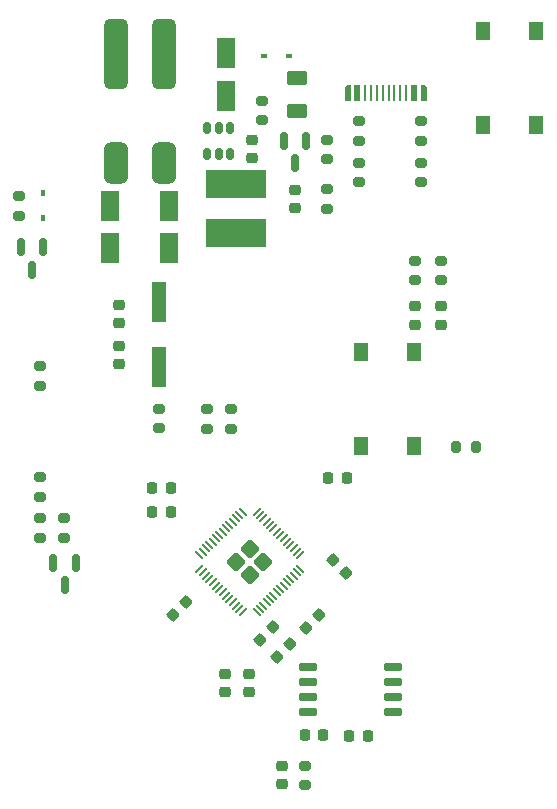
<source format=gbr>
%TF.GenerationSoftware,KiCad,Pcbnew,(6.0.8)*%
%TF.CreationDate,2022-12-17T17:30:56+01:00*%
%TF.ProjectId,anac_2040,616e6163-5f32-4303-9430-2e6b69636164,rev?*%
%TF.SameCoordinates,Original*%
%TF.FileFunction,Paste,Top*%
%TF.FilePolarity,Positive*%
%FSLAX46Y46*%
G04 Gerber Fmt 4.6, Leading zero omitted, Abs format (unit mm)*
G04 Created by KiCad (PCBNEW (6.0.8)) date 2022-12-17 17:30:56*
%MOMM*%
%LPD*%
G01*
G04 APERTURE LIST*
G04 Aperture macros list*
%AMRoundRect*
0 Rectangle with rounded corners*
0 $1 Rounding radius*
0 $2 $3 $4 $5 $6 $7 $8 $9 X,Y pos of 4 corners*
0 Add a 4 corners polygon primitive as box body*
4,1,4,$2,$3,$4,$5,$6,$7,$8,$9,$2,$3,0*
0 Add four circle primitives for the rounded corners*
1,1,$1+$1,$2,$3*
1,1,$1+$1,$4,$5*
1,1,$1+$1,$6,$7*
1,1,$1+$1,$8,$9*
0 Add four rect primitives between the rounded corners*
20,1,$1+$1,$2,$3,$4,$5,0*
20,1,$1+$1,$4,$5,$6,$7,0*
20,1,$1+$1,$6,$7,$8,$9,0*
20,1,$1+$1,$8,$9,$2,$3,0*%
%AMOutline5P*
0 Free polygon, 5 corners , with rotation*
0 The origin of the aperture is its center*
0 number of corners: always 5*
0 $1 to $10 corner X, Y*
0 $11 Rotation angle, in degrees counterclockwise*
0 create outline with 5 corners*
4,1,5,$1,$2,$3,$4,$5,$6,$7,$8,$9,$10,$1,$2,$11*%
%AMOutline6P*
0 Free polygon, 6 corners , with rotation*
0 The origin of the aperture is its center*
0 number of corners: always 6*
0 $1 to $12 corner X, Y*
0 $13 Rotation angle, in degrees counterclockwise*
0 create outline with 6 corners*
4,1,6,$1,$2,$3,$4,$5,$6,$7,$8,$9,$10,$11,$12,$1,$2,$13*%
%AMOutline7P*
0 Free polygon, 7 corners , with rotation*
0 The origin of the aperture is its center*
0 number of corners: always 7*
0 $1 to $14 corner X, Y*
0 $15 Rotation angle, in degrees counterclockwise*
0 create outline with 7 corners*
4,1,7,$1,$2,$3,$4,$5,$6,$7,$8,$9,$10,$11,$12,$13,$14,$1,$2,$15*%
%AMOutline8P*
0 Free polygon, 8 corners , with rotation*
0 The origin of the aperture is its center*
0 number of corners: always 8*
0 $1 to $16 corner X, Y*
0 $17 Rotation angle, in degrees counterclockwise*
0 create outline with 8 corners*
4,1,8,$1,$2,$3,$4,$5,$6,$7,$8,$9,$10,$11,$12,$13,$14,$15,$16,$1,$2,$17*%
G04 Aperture macros list end*
%ADD10RoundRect,0.218750X0.218750X0.256250X-0.218750X0.256250X-0.218750X-0.256250X0.218750X-0.256250X0*%
%ADD11RoundRect,0.218750X-0.256250X0.218750X-0.256250X-0.218750X0.256250X-0.218750X0.256250X0.218750X0*%
%ADD12Outline5P,-0.275000X0.712500X0.275000X0.712500X0.275000X-0.712500X0.000000X-0.712500X-0.275000X-0.437500X180.000000*%
%ADD13R,0.250000X1.450000*%
%ADD14Outline5P,-0.275000X0.712500X0.275000X0.712500X0.275000X-0.437500X0.000000X-0.712500X-0.275000X-0.712500X180.000000*%
%ADD15R,0.550000X1.125000*%
%ADD16R,0.300000X1.450000*%
%ADD17R,0.550000X1.075000*%
%ADD18RoundRect,0.200000X-0.275000X0.200000X-0.275000X-0.200000X0.275000X-0.200000X0.275000X0.200000X0*%
%ADD19RoundRect,0.150000X0.650000X0.150000X-0.650000X0.150000X-0.650000X-0.150000X0.650000X-0.150000X0*%
%ADD20RoundRect,0.225000X-0.250000X0.225000X-0.250000X-0.225000X0.250000X-0.225000X0.250000X0.225000X0*%
%ADD21RoundRect,0.225000X-0.017678X0.335876X-0.335876X0.017678X0.017678X-0.335876X0.335876X-0.017678X0*%
%ADD22RoundRect,0.200000X0.275000X-0.200000X0.275000X0.200000X-0.275000X0.200000X-0.275000X-0.200000X0*%
%ADD23RoundRect,0.249999X0.000000X0.558616X-0.558616X0.000000X0.000000X-0.558616X0.558616X0.000000X0*%
%ADD24RoundRect,0.050000X0.238649X0.309359X-0.309359X-0.238649X-0.238649X-0.309359X0.309359X0.238649X0*%
%ADD25RoundRect,0.050000X-0.238649X0.309359X-0.309359X0.238649X0.238649X-0.309359X0.309359X-0.238649X0*%
%ADD26RoundRect,0.225000X0.017678X-0.335876X0.335876X-0.017678X-0.017678X0.335876X-0.335876X0.017678X0*%
%ADD27R,5.100000X2.350000*%
%ADD28RoundRect,0.225000X0.250000X-0.225000X0.250000X0.225000X-0.250000X0.225000X-0.250000X-0.225000X0*%
%ADD29R,1.300000X1.550000*%
%ADD30RoundRect,0.225000X-0.225000X-0.250000X0.225000X-0.250000X0.225000X0.250000X-0.225000X0.250000X0*%
%ADD31RoundRect,0.150000X-0.150000X0.587500X-0.150000X-0.587500X0.150000X-0.587500X0.150000X0.587500X0*%
%ADD32R,0.450000X0.600000*%
%ADD33RoundRect,0.500000X0.500000X-1.250000X0.500000X1.250000X-0.500000X1.250000X-0.500000X-1.250000X0*%
%ADD34RoundRect,0.500000X0.500000X-2.500000X0.500000X2.500000X-0.500000X2.500000X-0.500000X-2.500000X0*%
%ADD35RoundRect,0.225000X-0.335876X-0.017678X-0.017678X-0.335876X0.335876X0.017678X0.017678X0.335876X0*%
%ADD36RoundRect,0.250000X0.550000X-1.050000X0.550000X1.050000X-0.550000X1.050000X-0.550000X-1.050000X0*%
%ADD37RoundRect,0.150000X-0.150000X0.350000X-0.150000X-0.350000X0.150000X-0.350000X0.150000X0.350000X0*%
%ADD38RoundRect,0.250000X-0.625000X0.375000X-0.625000X-0.375000X0.625000X-0.375000X0.625000X0.375000X0*%
%ADD39R,1.200000X3.500000*%
%ADD40RoundRect,0.200000X-0.200000X-0.275000X0.200000X-0.275000X0.200000X0.275000X-0.200000X0.275000X0*%
%ADD41R,0.600000X0.450000*%
G04 APERTURE END LIST*
D10*
%TO.C,D4*%
X165011500Y-116501000D03*
X163436500Y-116501000D03*
%TD*%
D11*
%TO.C,D2*%
X168950000Y-81687500D03*
X168950000Y-80112500D03*
%TD*%
%TO.C,D3*%
X171200000Y-80112500D03*
X171200000Y-81687500D03*
%TD*%
D12*
%TO.C,J7*%
X169725000Y-62025000D03*
D13*
X169075000Y-62012500D03*
X167750000Y-62012500D03*
X166750000Y-62012500D03*
X166250000Y-62012500D03*
X165250000Y-62012500D03*
X163925000Y-62012500D03*
D14*
X163275000Y-62025000D03*
D15*
X163275000Y-62175000D03*
D16*
X164200000Y-62012500D03*
D13*
X164750000Y-62012500D03*
X165750000Y-62012500D03*
X167250000Y-62012500D03*
X168250000Y-62012500D03*
D16*
X168800000Y-62012500D03*
D17*
X169725000Y-62200000D03*
%TD*%
D18*
%TO.C,R12*%
X159674000Y-118976000D03*
X159674000Y-120626000D03*
%TD*%
D19*
%TO.C,U2*%
X167100000Y-114405000D03*
X167100000Y-113135000D03*
X167100000Y-111865000D03*
X167100000Y-110595000D03*
X159900000Y-110595000D03*
X159900000Y-111865000D03*
X159900000Y-113135000D03*
X159900000Y-114405000D03*
%TD*%
D20*
%TO.C,C2*%
X143949000Y-83451000D03*
X143949000Y-85001000D03*
%TD*%
D21*
%TO.C,C4*%
X160822008Y-106202992D03*
X159725992Y-107299008D03*
%TD*%
D20*
%TO.C,C16*%
X155150000Y-66025000D03*
X155150000Y-67575000D03*
%TD*%
D22*
%TO.C,R11*%
X171200000Y-77875000D03*
X171200000Y-76225000D03*
%TD*%
D18*
%TO.C,R8*%
X137224000Y-98026000D03*
X137224000Y-99676000D03*
%TD*%
D23*
%TO.C,U1*%
X153868629Y-101750000D03*
X155000000Y-102881371D03*
X155000000Y-100618629D03*
X156131371Y-101750000D03*
D24*
X159269157Y-101157798D03*
X158986314Y-100874955D03*
X158703472Y-100592113D03*
X158420629Y-100309270D03*
X158137786Y-100026427D03*
X157854944Y-99743585D03*
X157572101Y-99460742D03*
X157289258Y-99177899D03*
X157006415Y-98895056D03*
X156723573Y-98612214D03*
X156440730Y-98329371D03*
X156157887Y-98046528D03*
X155875045Y-97763686D03*
X155592202Y-97480843D03*
D25*
X154407798Y-97480843D03*
X154124955Y-97763686D03*
X153842113Y-98046528D03*
X153559270Y-98329371D03*
X153276427Y-98612214D03*
X152993585Y-98895056D03*
X152710742Y-99177899D03*
X152427899Y-99460742D03*
X152145056Y-99743585D03*
X151862214Y-100026427D03*
X151579371Y-100309270D03*
X151296528Y-100592113D03*
X151013686Y-100874955D03*
X150730843Y-101157798D03*
D24*
X150730843Y-102342202D03*
X151013686Y-102625045D03*
X151296528Y-102907887D03*
X151579371Y-103190730D03*
X151862214Y-103473573D03*
X152145056Y-103756415D03*
X152427899Y-104039258D03*
X152710742Y-104322101D03*
X152993585Y-104604944D03*
X153276427Y-104887786D03*
X153559270Y-105170629D03*
X153842113Y-105453472D03*
X154124955Y-105736314D03*
X154407798Y-106019157D03*
D25*
X155592202Y-106019157D03*
X155875045Y-105736314D03*
X156157887Y-105453472D03*
X156440730Y-105170629D03*
X156723573Y-104887786D03*
X157006415Y-104604944D03*
X157289258Y-104322101D03*
X157572101Y-104039258D03*
X157854944Y-103756415D03*
X158137786Y-103473573D03*
X158420629Y-103190730D03*
X158703472Y-102907887D03*
X158986314Y-102625045D03*
X159269157Y-102342202D03*
%TD*%
D26*
%TO.C,C6*%
X157275992Y-109749008D03*
X158372008Y-108652992D03*
%TD*%
D22*
%TO.C,RV2*%
X169500000Y-69575000D03*
X169500000Y-67925000D03*
%TD*%
D18*
%TO.C,R14*%
X153375000Y-88825000D03*
X153375000Y-90475000D03*
%TD*%
D27*
%TO.C,L1*%
X153851000Y-69775000D03*
X153851000Y-73925000D03*
%TD*%
D20*
%TO.C,C3*%
X158824000Y-70226000D03*
X158824000Y-71776000D03*
%TD*%
D28*
%TO.C,C7*%
X157724000Y-120576000D03*
X157724000Y-119026000D03*
%TD*%
D18*
%TO.C,R15*%
X164250000Y-64425000D03*
X164250000Y-66075000D03*
%TD*%
%TO.C,R5*%
X139230000Y-98026000D03*
X139230000Y-99676000D03*
%TD*%
D29*
%TO.C,SW1*%
X164374000Y-83976000D03*
X164374000Y-91926000D03*
X168874000Y-91926000D03*
X168874000Y-83976000D03*
%TD*%
D22*
%TO.C,R10*%
X168950000Y-77875000D03*
X168950000Y-76225000D03*
%TD*%
%TO.C,R6*%
X137224000Y-86825000D03*
X137224000Y-85175000D03*
%TD*%
D29*
%TO.C,SW2*%
X174750000Y-64725000D03*
X174750000Y-56775000D03*
X179250000Y-64725000D03*
X179250000Y-56775000D03*
%TD*%
D18*
%TO.C,R9*%
X156000000Y-62675000D03*
X156000000Y-64325000D03*
%TD*%
D22*
%TO.C,R16*%
X169500000Y-66075000D03*
X169500000Y-64425000D03*
%TD*%
D20*
%TO.C,C14*%
X154924000Y-111225000D03*
X154924000Y-112775000D03*
%TD*%
D30*
%TO.C,C5*%
X146745000Y-97500000D03*
X148295000Y-97500000D03*
%TD*%
%TO.C,C11*%
X161649000Y-94601000D03*
X163199000Y-94601000D03*
%TD*%
D22*
%TO.C,R13*%
X151375000Y-90475000D03*
X151375000Y-88825000D03*
%TD*%
D31*
%TO.C,Q2*%
X137500000Y-75112000D03*
X135600000Y-75112000D03*
X136550000Y-76987000D03*
%TD*%
D32*
%TO.C,D5*%
X137500000Y-72637000D03*
X137500000Y-70537000D03*
%TD*%
D18*
%TO.C,R3*%
X161574000Y-70176000D03*
X161574000Y-71826000D03*
%TD*%
D31*
%TO.C,Q1*%
X159774000Y-66063500D03*
X157874000Y-66063500D03*
X158824000Y-67938500D03*
%TD*%
%TO.C,U3*%
X140274000Y-101813500D03*
X138374000Y-101813500D03*
X139324000Y-103688500D03*
%TD*%
D18*
%TO.C,R7*%
X137224000Y-94576000D03*
X137224000Y-96226000D03*
%TD*%
%TO.C,R2*%
X161574000Y-65976000D03*
X161574000Y-67626000D03*
%TD*%
D33*
%TO.C,J1*%
X143700000Y-68000000D03*
D34*
X143700000Y-58750000D03*
D33*
X147700000Y-68000000D03*
D34*
X147700000Y-58750000D03*
%TD*%
D35*
%TO.C,C12*%
X162075992Y-101552992D03*
X163172008Y-102649008D03*
%TD*%
D36*
%TO.C,C17*%
X153000000Y-62250000D03*
X153000000Y-58650000D03*
%TD*%
D30*
%TO.C,C8*%
X146749000Y-95501000D03*
X148299000Y-95501000D03*
%TD*%
D37*
%TO.C,U4*%
X153301000Y-64962500D03*
X152351000Y-64962500D03*
X151401000Y-64962500D03*
X151401000Y-67237500D03*
X152351000Y-67237500D03*
X153301000Y-67237500D03*
%TD*%
D30*
%TO.C,C15*%
X159649000Y-116401000D03*
X161199000Y-116401000D03*
%TD*%
D20*
%TO.C,C13*%
X152924000Y-111225000D03*
X152924000Y-112775000D03*
%TD*%
D28*
%TO.C,C1*%
X143949000Y-81551000D03*
X143949000Y-80001000D03*
%TD*%
D38*
%TO.C,F1*%
X159000000Y-60800000D03*
X159000000Y-63600000D03*
%TD*%
D36*
%TO.C,C18*%
X143150000Y-75200000D03*
X143150000Y-71600000D03*
%TD*%
%TO.C,C19*%
X148150000Y-75200000D03*
X148150000Y-71600000D03*
%TD*%
D39*
%TO.C,Y1*%
X147324000Y-85251000D03*
X147324000Y-79751000D03*
%TD*%
D40*
%TO.C,R4*%
X172499000Y-92001000D03*
X174149000Y-92001000D03*
%TD*%
D18*
%TO.C,R17*%
X135450000Y-70762000D03*
X135450000Y-72412000D03*
%TD*%
D21*
%TO.C,C9*%
X149622008Y-105152992D03*
X148525992Y-106249008D03*
%TD*%
D22*
%TO.C,R1*%
X147324000Y-90400000D03*
X147324000Y-88750000D03*
%TD*%
D41*
%TO.C,D1*%
X156200000Y-58900000D03*
X158300000Y-58900000D03*
%TD*%
D22*
%TO.C,RV1*%
X164250000Y-69575000D03*
X164250000Y-67925000D03*
%TD*%
D26*
%TO.C,C10*%
X155875992Y-108349008D03*
X156972008Y-107252992D03*
%TD*%
M02*

</source>
